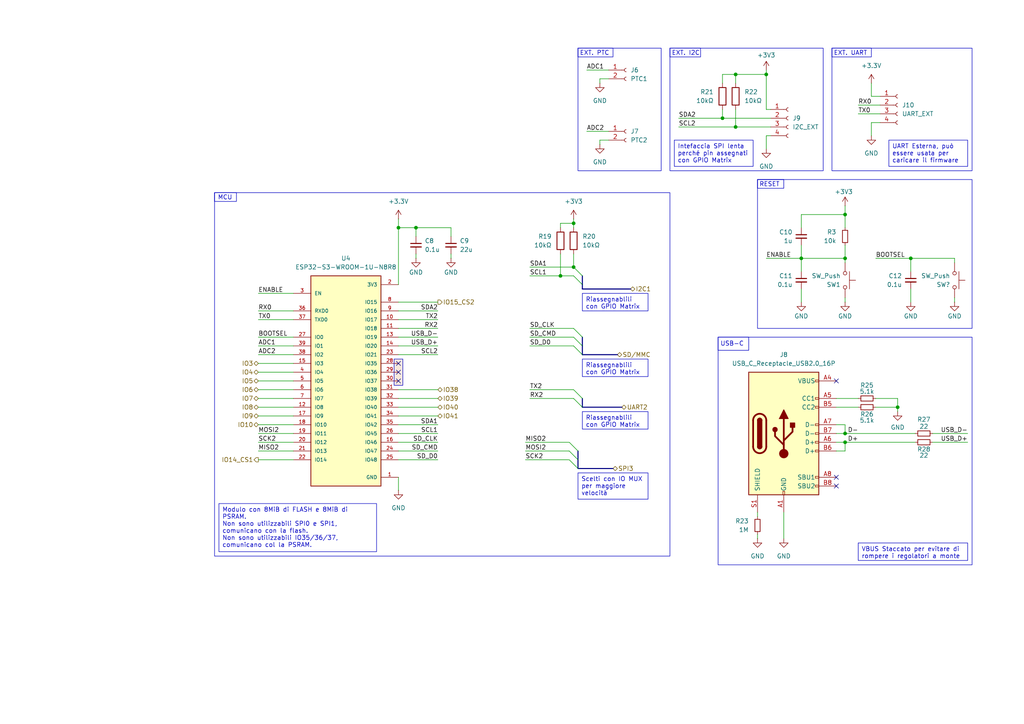
<source format=kicad_sch>
(kicad_sch (version 20250114) (generator "eeschema") (generator_version "9.0")
  (paper "A4")
  (lib_symbols
    (symbol "Connector:Conn_01x02_Socket" (pin_names (offset 1.016) (hide yes))
      (property "Reference" "J" (at 0 2.54 0))
      (property "Value" "Conn_01x02_Socket" (at 0 -5.08 0))
      (symbol "Conn_01x02_Socket_1_1"
        (polyline (pts (xy -1.27 0) (xy -0.508 0)) (stroke (width 0.1524)))
        (polyline (pts (xy -1.27 -2.54) (xy -0.508 -2.54)) (stroke (width 0.1524)))
        (arc (start 0 -0.508) (mid -0.5058 0) (end 0 0.508) (stroke (width 0.1524)))
        (arc (start 0 -3.048) (mid -0.5058 -2.54) (end 0 -2.032) (stroke (width 0.1524)))
        (pin passive line (at -5.08 0 0) (length 3.81) (name "Pin_1") (number "1"))
        (pin passive line (at -5.08 -2.54 0) (length 3.81) (name "Pin_2") (number "2"))
      )
    )
    (symbol "Connector:Conn_01x04_Socket" (pin_names (offset 1.016) (hide yes))
      (property "Reference" "J" (at 0 5.08 0))
      (property "Value" "Conn_01x04_Socket" (at 0 -7.62 0))
      (symbol "Conn_01x04_Socket_1_1"
        (polyline (pts (xy -1.27 2.54) (xy -0.508 2.54)) (stroke (width 0.1524)))
        (polyline (pts (xy -1.27 0) (xy -0.508 0)) (stroke (width 0.1524)))
        (polyline (pts (xy -1.27 -2.54) (xy -0.508 -2.54)) (stroke (width 0.1524)))
        (polyline (pts (xy -1.27 -5.08) (xy -0.508 -5.08)) (stroke (width 0.1524)))
        (arc (start 0 2.032) (mid -0.5058 2.54) (end 0 3.048) (stroke (width 0.1524)))
        (arc (start 0 -0.508) (mid -0.5058 0) (end 0 0.508) (stroke (width 0.1524)))
        (arc (start 0 -3.048) (mid -0.5058 -2.54) (end 0 -2.032) (stroke (width 0.1524)))
        (arc (start 0 -5.588) (mid -0.5058 -5.08) (end 0 -4.572) (stroke (width 0.1524)))
        (pin passive line (at -5.08 2.54 0) (length 3.81) (name "Pin_1") (number "1"))
        (pin passive line (at -5.08 0 0) (length 3.81) (name "Pin_2") (number "2"))
        (pin passive line (at -5.08 -2.54 0) (length 3.81) (name "Pin_3") (number "3"))
        (pin passive line (at -5.08 -5.08 0) (length 3.81) (name "Pin_4") (number "4"))
      )
    )
    (symbol "Connector:USB_C_Receptacle_USB2.0_16P" (pin_names (offset 1.016))
      (property "Reference" "J" (at 0 22.225 0))
      (property "Value" "USB_C_Receptacle_USB2.0_16P" (at 0 19.685 0))
      (symbol "USB_C_Receptacle_USB2.0_16P_0_0"
        (rectangle (start -0.254 -17.78) (end 0.254 -16.764))
        (rectangle (start 10.16 15.494) (end 9.144 14.986))
        (rectangle (start 10.16 10.414) (end 9.144 9.906))
        (rectangle (start 10.16 7.874) (end 9.144 7.366))
        (rectangle (start 10.16 2.794) (end 9.144 2.286))
        (rectangle (start 10.16 0.254) (end 9.144 -0.254))
        (rectangle (start 10.16 -2.286) (end 9.144 -2.794))
        (rectangle (start 10.16 -4.826) (end 9.144 -5.334))
        (rectangle (start 10.16 -12.446) (end 9.144 -12.954))
        (rectangle (start 10.16 -14.986) (end 9.144 -15.494))
      )
      (symbol "USB_C_Receptacle_USB2.0_16P_0_1"
        (rectangle (start -10.16 17.78) (end 10.16 -17.78) (stroke (width 0.254)) (fill (type background)))
        (polyline (pts (xy -8.89 -3.81) (xy -8.89 3.81)) (stroke (width 0.508)))
        (rectangle (start -7.62 -3.81) (end -6.35 3.81) (stroke (width 0.254)) (fill (type outline)))
        (arc (start -7.62 3.81) (mid -6.985 4.4423) (end -6.35 3.81) (stroke (width 0.254)))
        (arc (start -7.62 3.81) (mid -6.985 4.4423) (end -6.35 3.81) (stroke (width 0.254)) (fill (type outline)))
        (arc (start -8.89 3.81) (mid -6.985 5.7067) (end -5.08 3.81) (stroke (width 0.508)))
        (arc (start -5.08 -3.81) (mid -6.985 -5.7067) (end -8.89 -3.81) (stroke (width 0.508)))
        (arc (start -6.35 -3.81) (mid -6.985 -4.4423) (end -7.62 -3.81) (stroke (width 0.254)))
        (arc (start -6.35 -3.81) (mid -6.985 -4.4423) (end -7.62 -3.81) (stroke (width 0.254)) (fill (type outline)))
        (polyline (pts (xy -5.08 3.81) (xy -5.08 -3.81)) (stroke (width 0.508)))
        (circle (center -2.54 1.143) (radius 0.635) (stroke (width 0.254)) (fill (type outline)))
        (polyline (pts (xy -1.27 4.318) (xy 0 6.858) (xy 1.27 4.318) (xy -1.27 4.318)) (stroke (width 0.254)) (fill (type outline)))
        (polyline (pts (xy 0 -2.032) (xy 2.54 0.508) (xy 2.54 1.778)) (stroke (width 0.508)))
        (polyline (pts (xy 0 -3.302) (xy -2.54 -0.762) (xy -2.54 0.508)) (stroke (width 0.508)))
        (polyline (pts (xy 0 -5.842) (xy 0 4.318)) (stroke (width 0.508)))
        (circle (center 0 -5.842) (radius 1.27) (fill (type outline)))
        (rectangle (start 1.905 1.778) (end 3.175 3.048) (stroke (width 0.254)) (fill (type outline)))
      )
      (symbol "USB_C_Receptacle_USB2.0_16P_1_1"
        (pin passive line (at -7.62 -22.86 90) (length 5.08) (name "SHIELD") (number "S1"))
        (pin passive line (at 0 -22.86 90) (length 5.08) (name "GND") (number "A1"))
        (pin passive line (at 0 -22.86 90) (length 5.08) (hide yes) (name "GND") (number "A12"))
        (pin passive line (at 0 -22.86 90) (length 5.08) (hide yes) (name "GND") (number "B1"))
        (pin passive line (at 0 -22.86 90) (length 5.08) (hide yes) (name "GND") (number "B12"))
        (pin passive line (at 15.24 15.24 180) (length 5.08) (name "VBUS") (number "A4"))
        (pin passive line (at 15.24 15.24 180) (length 5.08) (hide yes) (name "VBUS") (number "A9"))
        (pin passive line (at 15.24 15.24 180) (length 5.08) (hide yes) (name "VBUS") (number "B4"))
        (pin passive line (at 15.24 15.24 180) (length 5.08) (hide yes) (name "VBUS") (number "B9"))
        (pin bidirectional line (at 15.24 10.16 180) (length 5.08) (name "CC1") (number "A5"))
        (pin bidirectional line (at 15.24 7.62 180) (length 5.08) (name "CC2") (number "B5"))
        (pin bidirectional line (at 15.24 2.54 180) (length 5.08) (name "D-") (number "A7"))
        (pin bidirectional line (at 15.24 0 180) (length 5.08) (name "D-") (number "B7"))
        (pin bidirectional line (at 15.24 -2.54 180) (length 5.08) (name "D+") (number "A6"))
        (pin bidirectional line (at 15.24 -5.08 180) (length 5.08) (name "D+") (number "B6"))
        (pin bidirectional line (at 15.24 -12.7 180) (length 5.08) (name "SBU1") (number "A8"))
        (pin bidirectional line (at 15.24 -15.24 180) (length 5.08) (name "SBU2") (number "B8"))
      )
    )
    (symbol "Device:C_Small" (pin_numbers (hide yes)) (pin_names (offset 0.254) (hide yes))
      (property "Reference" "C" (at 0.254 1.778 0))
      (property "Value" "C_Small" (at 0.254 -2.032 0))
      (symbol "C_Small_0_1"
        (polyline (pts (xy -1.524 0.508) (xy 1.524 0.508)) (stroke (width 0.3048)))
        (polyline (pts (xy -1.524 -0.508) (xy 1.524 -0.508)) (stroke (width 0.3302)))
      )
      (symbol "C_Small_1_1"
        (pin passive line (at 0 2.54 270) (length 2.032) (name "~") (number "1"))
        (pin passive line (at 0 -2.54 90) (length 2.032) (name "~") (number "2"))
      )
    )
    (symbol "Device:R" (pin_numbers (hide yes)) (pin_names (offset 0))
      (property "Reference" "R" (at 2.032 0 90))
      (property "Value" "R" (at 0 0 90))
      (symbol "R_0_1"
        (rectangle (start -1.016 -2.54) (end 1.016 2.54) (stroke (width 0.254)))
      )
      (symbol "R_1_1"
        (pin passive line (at 0 3.81 270) (length 1.27) (name "~") (number "1"))
        (pin passive line (at 0 -3.81 90) (length 1.27) (name "~") (number "2"))
      )
    )
    (symbol "Device:R_Small" (pin_numbers (hide yes)) (pin_names (offset 0.254) (hide yes))
      (property "Reference" "R" (at 0 0 90))
      (property "Value" "R_Small" (at 1.778 0 90))
      (symbol "R_Small_0_1"
        (rectangle (start -0.762 1.778) (end 0.762 -1.778) (stroke (width 0.2032)))
      )
      (symbol "R_Small_1_1"
        (pin passive line (at 0 2.54 270) (length 0.762) (name "~") (number "1"))
        (pin passive line (at 0 -2.54 90) (length 0.762) (name "~") (number "2"))
      )
    )
    (symbol "ESP32-S3-WROOM-1U-N8R8_1" (pin_names (offset 1.016))
      (property "Reference" "U" (at -10.16 31.242 0))
      (property "Value" "ESP32-S3-WROOM-1U-N8R8" (at -10.16 -33.02 0))
      (symbol "ESP32-S3-WROOM-1U-N8R8_1_0_0"
        (rectangle (start -10.16 -30.48) (end 10.16 30.48) (stroke (width 0.254)) (fill (type background)))
        (pin input line (at -15.24 25.4 0) (length 5.08) (name "EN") (number "3"))
        (pin bidirectional line (at -15.24 20.32 0) (length 5.08) (name "RXD0") (number "36"))
        (pin bidirectional line (at -15.24 17.78 0) (length 5.08) (name "TXD0") (number "37"))
        (pin bidirectional line (at -15.24 12.7 0) (length 5.08) (name "IO0") (number "27"))
        (pin bidirectional line (at -15.24 10.16 0) (length 5.08) (name "IO1") (number "39"))
        (pin bidirectional line (at -15.24 7.62 0) (length 5.08) (name "IO2") (number "38"))
        (pin bidirectional line (at -15.24 5.08 0) (length 5.08) (name "IO3") (number "15"))
        (pin bidirectional line (at -15.24 2.54 0) (length 5.08) (name "IO4") (number "4"))
        (pin bidirectional line (at -15.24 0 0) (length 5.08) (name "IO5") (number "5"))
        (pin bidirectional line (at -15.24 -2.54 0) (length 5.08) (name "IO6") (number "6"))
        (pin bidirectional line (at -15.24 -5.08 0) (length 5.08) (name "IO7") (number "7"))
        (pin bidirectional line (at -15.24 -7.62 0) (length 5.08) (name "IO8") (number "12"))
        (pin bidirectional line (at -15.24 -10.16 0) (length 5.08) (name "IO9") (number "17"))
        (pin bidirectional line (at -15.24 -12.7 0) (length 5.08) (name "IO10") (number "18"))
        (pin bidirectional line (at -15.24 -15.24 0) (length 5.08) (name "IO11") (number "19"))
        (pin bidirectional line (at -15.24 -17.78 0) (length 5.08) (name "IO12") (number "20"))
        (pin bidirectional line (at -15.24 -20.32 0) (length 5.08) (name "IO13") (number "21"))
        (pin bidirectional line (at -15.24 -22.86 0) (length 5.08) (name "IO14") (number "22"))
        (pin power_in line (at 15.24 27.94 180) (length 5.08) (name "3V3") (number "2"))
        (pin bidirectional line (at 15.24 22.86 180) (length 5.08) (name "IO15") (number "8"))
        (pin bidirectional line (at 15.24 20.32 180) (length 5.08) (name "IO16") (number "9"))
        (pin bidirectional line (at 15.24 17.78 180) (length 5.08) (name "IO17") (number "10"))
        (pin bidirectional line (at 15.24 15.24 180) (length 5.08) (name "IO18") (number "11"))
        (pin bidirectional line (at 15.24 12.7 180) (length 5.08) (name "IO19") (number "13"))
        (pin bidirectional line (at 15.24 10.16 180) (length 5.08) (name "IO20") (number "14"))
        (pin bidirectional line (at 15.24 7.62 180) (length 5.08) (name "IO21") (number "23"))
        (pin bidirectional line (at 15.24 5.08 180) (length 5.08) (name "IO35") (number "28"))
        (pin bidirectional line (at 15.24 2.54 180) (length 5.08) (name "IO36") (number "29"))
        (pin bidirectional line (at 15.24 0 180) (length 5.08) (name "IO37") (number "30"))
        (pin bidirectional line (at 15.24 -2.54 180) (length 5.08) (name "IO38") (number "31"))
        (pin bidirectional line (at 15.24 -5.08 180) (length 5.08) (name "IO39") (number "32"))
        (pin bidirectional line (at 15.24 -7.62 180) (length 5.08) (name "IO40") (number "33"))
        (pin bidirectional line (at 15.24 -10.16 180) (length 5.08) (name "IO41") (number "34"))
        (pin bidirectional line (at 15.24 -12.7 180) (length 5.08) (name "IO42") (number "35"))
        (pin bidirectional line (at 15.24 -15.24 180) (length 5.08) (name "IO45") (number "26"))
        (pin bidirectional line (at 15.24 -17.78 180) (length 5.08) (name "IO46") (number "16"))
        (pin bidirectional line (at 15.24 -20.32 180) (length 5.08) (name "IO47") (number "24"))
        (pin bidirectional line (at 15.24 -22.86 180) (length 5.08) (name "IO48") (number "25"))
        (pin power_in line (at 15.24 -27.94 180) (length 5.08) (name "GND") (number "1"))
        (pin power_in line (at 15.24 -27.94 180) (length 5.08) (hide yes) (name "GND") (number "40"))
        (pin power_in line (at 15.24 -27.94 180) (length 5.08) (hide yes) (name "GND") (number "41_1"))
        (pin power_in line (at 15.24 -27.94 180) (length 5.08) (hide yes) (name "GND") (number "41_2"))
        (pin power_in line (at 15.24 -27.94 180) (length 5.08) (hide yes) (name "GND") (number "41_3"))
        (pin power_in line (at 15.24 -27.94 180) (length 5.08) (hide yes) (name "GND") (number "41_4"))
        (pin power_in line (at 15.24 -27.94 180) (length 5.08) (hide yes) (name "GND") (number "41_5"))
        (pin power_in line (at 15.24 -27.94 180) (length 5.08) (hide yes) (name "GND") (number "41_6"))
        (pin power_in line (at 15.24 -27.94 180) (length 5.08) (hide yes) (name "GND") (number "41_7"))
        (pin power_in line (at 15.24 -27.94 180) (length 5.08) (hide yes) (name "GND") (number "41_8"))
        (pin power_in line (at 15.24 -27.94 180) (length 5.08) (hide yes) (name "GND") (number "41_9"))
      )
    )
    (symbol "Switch:SW_Push" (pin_numbers (hide yes)) (pin_names (offset 1.016) (hide yes))
      (property "Reference" "SW" (at 1.27 2.54 0))
      (property "Value" "SW_Push" (at 0 -1.524 0))
      (symbol "SW_Push_0_1"
        (circle (center -2.032 0) (radius 0.508))
        (polyline (pts (xy 0 1.27) (xy 0 3.048)))
        (circle (center 2.032 0) (radius 0.508))
        (polyline (pts (xy 2.54 1.27) (xy -2.54 1.27)))
        (pin passive line (at -5.08 0 0) (length 2.54) (name "1") (number "1"))
        (pin passive line (at 5.08 0 180) (length 2.54) (name "2") (number "2"))
      )
    )
    (symbol "power:+3.3V" (power) (pin_numbers (hide yes)) (pin_names (offset 0) (hide yes))
      (property "Value" "+3.3V" (at 0 3.556 0))
      (symbol "+3.3V_0_1"
        (polyline (pts (xy -0.762 1.27) (xy 0 2.54)))
        (polyline (pts (xy 0 2.54) (xy 0.762 1.27)))
        (polyline (pts (xy 0 0) (xy 0 2.54)))
      )
      (symbol "+3.3V_1_1"
        (pin power_in line (at 0 0 90) (length 0) (name "~") (number "1"))
      )
    )
    (symbol "power:+3V3" (power) (pin_numbers (hide yes)) (pin_names (offset 0) (hide yes))
      (property "Value" "+3V3" (at 0 3.556 0))
      (symbol "+3V3_0_1"
        (polyline (pts (xy -0.762 1.27) (xy 0 2.54)))
        (polyline (pts (xy 0 2.54) (xy 0.762 1.27)))
        (polyline (pts (xy 0 0) (xy 0 2.54)))
      )
      (symbol "+3V3_1_1"
        (pin power_in line (at 0 0 90) (length 0) (name "~") (number "1"))
      )
    )
    (symbol "power:GND" (power) (pin_numbers (hide yes)) (pin_names (offset 0) (hide yes))
      (property "Value" "GND" (at 0 -3.81 0))
      (symbol "GND_0_1"
        (polyline (pts (xy 0 0) (xy 0 -1.27) (xy 1.27 -1.27) (xy 0 -2.54) (xy -1.27 -1.27) (xy 0 -1.27)))
      )
      (symbol "GND_1_1"
        (pin power_in line (at 0 0 270) (length 0) (name "~") (number "1"))
      )
    )
  )
  (rectangle (start 167.64 13.97) (end 177.8 16.51))
  (rectangle (start 241.3 13.97) (end 252.73 16.51))
  (rectangle (start 194.31 13.97) (end 203.2 16.51))
  (rectangle (start 167.64 13.97) (end 191.77 49.53))
  (rectangle (start 62.23 55.88) (end 194.31 161.29))
  (rectangle (start 241.3 13.97) (end 281.94 49.53))
  (rectangle (start 219.71 52.07) (end 227.33 54.61))
  (rectangle (start 219.71 52.07) (end 281.94 95.25))
  (rectangle (start 194.31 13.97) (end 238.76 49.53))
  (rectangle (start 208.28 97.79) (end 281.94 163.83))
  (rectangle (start 208.28 97.79) (end 217.17 101.6))
  (rectangle (start 114.3 104.14) (end 116.84 111.76) (fill (type color) (color 204 102 0 0.15)))
  (rectangle (start 62.23 55.88) (end 68.58 58.42))
  (text "RESET" (at 220.218 53.594 0) (effects (font (size 1.27 1.27)) (justify left)))
  (text "EXT. I2C" (at 194.818 15.494 0) (effects (font (size 1.27 1.27)) (justify left)))
  (text "USB-C" (at 212.344 99.822 0) (effects (font (size 1.27 1.27))))
  (text "MCU" (at 65.278 57.404 0) (effects (font (size 1.27 1.27))))
  (text "EXT. UART" (at 241.808 15.494 0) (effects (font (size 1.27 1.27)) (justify left)))
  (text "EXT. PTC" (at 168.148 15.494 0) (effects (font (size 1.27 1.27)) (justify left)))
  (text_box "UART Esterna, può essere usata per caricare il firmware" (at 257.81 40.64 0) (size 22.86 7.62) (margins 0.9525 0.9525 0.9525 0.9525) (effects (font (size 1.27 1.27)) (justify left top)))
  (text_box "VBUS Staccato per evitare di rompere i regolatori a monte\n" (at 248.92 157.48 0) (size 31.75 5.08) (margins 0.9525 0.9525 0.9525 0.9525) (effects (font (size 1.27 1.27)) (justify left top)))
  (text_box "Riassegnablili con GPIO Matrix" (at 168.91 104.14 0) (size 19.05 5.08) (margins 0.9525 0.9525 0.9525 0.9525) (effects (font (size 1.27 1.27)) (justify left top)))
  (text_box "Intefaccia SPI lenta perché pin assegnati con GPIO Matrix" (at 195.58 40.64 0) (size 22.86 7.62) (margins 0.9525 0.9525 0.9525 0.9525) (effects (font (size 1.27 1.27)) (justify left top)))
  (text_box "Riassegnablili con GPIO Matrix" (at 168.91 85.09 0) (size 19.05 5.08) (margins 0.9525 0.9525 0.9525 0.9525) (effects (font (size 1.27 1.27)) (justify left top)))
  (text_box "Scelti con IO MUX per maggiore velocità" (at 167.64 137.16 0) (size 20.32 7.62) (margins 0.9525 0.9525 0.9525 0.9525) (effects (font (size 1.27 1.27)) (justify left top)))
  (text_box "Riassegnablili con GPIO Matrix" (at 168.91 119.38 0) (size 19.05 5.08) (margins 0.9525 0.9525 0.9525 0.9525) (effects (font (size 1.27 1.27)) (justify left top)))
  (text_box "Modulo con 8MiB di FLASH e 8MiB di PSRAM.\nNon sono utilizzabili SPI0 e SPI1, comunicano con la flash.\nNon sono utilizzabili IO35/36/37, comunicano col la PSRAM.\n" (at 63.5 146.05 0) (size 45.72 13.97) (margins 0.9525 0.9525 0.9525 0.9525) (effects (font (size 1.27 1.27)) (justify left top)))
  (junction (at 264.16 74.93))
  (junction (at 232.41 74.93))
  (junction (at 115.57 66.04))
  (junction (at 209.55 34.29))
  (junction (at 213.36 36.83))
  (junction (at 166.37 64.77))
  (junction (at 245.11 128.27))
  (junction (at 213.36 21.59))
  (junction (at 245.11 62.23))
  (junction (at 260.35 118.11))
  (junction (at 120.65 66.04))
  (junction (at 222.25 21.59))
  (junction (at 245.11 74.93))
  (junction (at 166.37 77.47))
  (junction (at 162.56 80.01))
  (junction (at 245.11 125.73))
  (no_connect (at 242.57 110.49))
  (no_connect (at 115.57 110.49))
  (no_connect (at 115.57 105.41))
  (no_connect (at 242.57 138.43))
  (no_connect (at 115.57 107.95))
  (no_connect (at 242.57 140.97))
  (bus_entry (at 166.37 95.25) (size 2.54 2.54))
  (bus_entry (at 165.1 130.81) (size 2.54 2.54))
  (bus_entry (at 165.1 133.35) (size 2.54 2.54))
  (bus_entry (at 166.37 97.79) (size 2.54 2.54))
  (bus_entry (at 166.37 115.57) (size 2.54 2.54))
  (bus_entry (at 166.37 113.03) (size 2.54 2.54))
  (bus_entry (at 166.37 77.47) (size 2.54 2.54))
  (bus_entry (at 166.37 100.33) (size 2.54 2.54))
  (bus_entry (at 166.37 80.01) (size 2.54 2.54))
  (bus_entry (at 165.1 128.27) (size 2.54 2.54))
  (wire (pts (xy 130.81 74.93) (xy 130.81 73.66)))
  (wire (pts (xy 74.93 107.95) (xy 85.09 107.95)))
  (wire (pts (xy 222.25 74.93) (xy 232.41 74.93)))
  (wire (pts (xy 74.93 90.17) (xy 85.09 90.17)))
  (wire (pts (xy 213.36 21.59) (xy 222.25 21.59)))
  (wire (pts (xy 115.57 125.73) (xy 127 125.73)))
  (wire (pts (xy 176.53 40.64) (xy 173.99 40.64)))
  (wire (pts (xy 245.11 62.23) (xy 245.11 66.04)))
  (wire (pts (xy 245.11 125.73) (xy 265.43 125.73)))
  (wire (pts (xy 115.57 120.65) (xy 127 120.65)))
  (wire (pts (xy 115.57 95.25) (xy 127 95.25)))
  (wire (pts (xy 252.73 35.56) (xy 252.73 39.37)))
  (bus (pts (xy 168.91 115.57) (xy 168.91 118.11)))
  (wire (pts (xy 232.41 74.93) (xy 232.41 78.74)))
  (wire (pts (xy 232.41 62.23) (xy 245.11 62.23)))
  (wire (pts (xy 222.25 21.59) (xy 222.25 20.32)))
  (wire (pts (xy 127 87.63) (xy 115.57 87.63)))
  (wire (pts (xy 173.99 22.86) (xy 173.99 24.13)))
  (wire (pts (xy 152.4 133.35) (xy 165.1 133.35)))
  (wire (pts (xy 213.36 31.75) (xy 213.36 36.83)))
  (wire (pts (xy 245.11 125.73) (xy 245.11 123.19)))
  (wire (pts (xy 242.57 118.11) (xy 248.92 118.11)))
  (wire (pts (xy 74.93 118.11) (xy 85.09 118.11)))
  (wire (pts (xy 222.25 39.37) (xy 222.25 43.18)))
  (wire (pts (xy 173.99 40.64) (xy 173.99 41.91)))
  (wire (pts (xy 153.67 95.25) (xy 166.37 95.25)))
  (wire (pts (xy 115.57 113.03) (xy 127 113.03)))
  (wire (pts (xy 166.37 64.77) (xy 166.37 66.04)))
  (wire (pts (xy 255.27 27.94) (xy 252.73 27.94)))
  (wire (pts (xy 232.41 71.12) (xy 232.41 74.93)))
  (wire (pts (xy 74.93 110.49) (xy 85.09 110.49)))
  (wire (pts (xy 162.56 64.77) (xy 162.56 66.04)))
  (wire (pts (xy 254 118.11) (xy 260.35 118.11)))
  (bus (pts (xy 177.8 135.89) (xy 167.64 135.89)))
  (wire (pts (xy 252.73 24.13) (xy 252.73 27.94)))
  (wire (pts (xy 248.92 30.48) (xy 255.27 30.48)))
  (wire (pts (xy 276.86 87.63) (xy 276.86 86.36)))
  (wire (pts (xy 120.65 74.93) (xy 120.65 73.66)))
  (wire (pts (xy 74.93 123.19) (xy 85.09 123.19)))
  (wire (pts (xy 245.11 123.19) (xy 242.57 123.19)))
  (wire (pts (xy 222.25 31.75) (xy 222.25 21.59)))
  (bus (pts (xy 168.91 100.33) (xy 168.91 102.87)))
  (wire (pts (xy 74.93 130.81) (xy 85.09 130.81)))
  (wire (pts (xy 242.57 125.73) (xy 245.11 125.73)))
  (wire (pts (xy 213.36 21.59) (xy 213.36 24.13)))
  (wire (pts (xy 74.93 100.33) (xy 85.09 100.33)))
  (wire (pts (xy 219.71 154.94) (xy 219.71 156.21)))
  (wire (pts (xy 232.41 66.04) (xy 232.41 62.23)))
  (wire (pts (xy 245.11 74.93) (xy 245.11 76.2)))
  (wire (pts (xy 120.65 66.04) (xy 130.81 66.04)))
  (wire (pts (xy 153.67 115.57) (xy 166.37 115.57)))
  (wire (pts (xy 242.57 115.57) (xy 248.92 115.57)))
  (wire (pts (xy 260.35 115.57) (xy 260.35 118.11)))
  (wire (pts (xy 115.57 92.71) (xy 127 92.71)))
  (wire (pts (xy 245.11 71.12) (xy 245.11 74.93)))
  (wire (pts (xy 153.67 113.03) (xy 166.37 113.03)))
  (wire (pts (xy 209.55 21.59) (xy 209.55 24.13)))
  (wire (pts (xy 74.93 115.57) (xy 85.09 115.57)))
  (wire (pts (xy 115.57 130.81) (xy 127 130.81)))
  (wire (pts (xy 115.57 123.19) (xy 127 123.19)))
  (wire (pts (xy 170.18 38.1) (xy 176.53 38.1)))
  (wire (pts (xy 264.16 74.93) (xy 276.86 74.93)))
  (wire (pts (xy 115.57 90.17) (xy 127 90.17)))
  (wire (pts (xy 255.27 35.56) (xy 252.73 35.56)))
  (wire (pts (xy 245.11 128.27) (xy 242.57 128.27)))
  (wire (pts (xy 74.93 85.09) (xy 85.09 85.09)))
  (wire (pts (xy 152.4 128.27) (xy 165.1 128.27)))
  (bus (pts (xy 168.91 97.79) (xy 168.91 100.33)))
  (wire (pts (xy 196.85 34.29) (xy 209.55 34.29)))
  (bus (pts (xy 168.91 80.01) (xy 168.91 82.55)))
  (wire (pts (xy 115.57 115.57) (xy 127 115.57)))
  (wire (pts (xy 219.71 149.86) (xy 219.71 148.59)))
  (wire (pts (xy 166.37 80.01) (xy 162.56 80.01)))
  (wire (pts (xy 162.56 80.01) (xy 153.67 80.01)))
  (wire (pts (xy 166.37 64.77) (xy 162.56 64.77)))
  (wire (pts (xy 260.35 118.11) (xy 260.35 119.38)))
  (bus (pts (xy 180.34 118.11) (xy 168.91 118.11)))
  (wire (pts (xy 74.93 102.87) (xy 85.09 102.87)))
  (wire (pts (xy 254 115.57) (xy 260.35 115.57)))
  (wire (pts (xy 166.37 63.5) (xy 166.37 64.77)))
  (wire (pts (xy 223.52 39.37) (xy 222.25 39.37)))
  (wire (pts (xy 74.93 125.73) (xy 85.09 125.73)))
  (bus (pts (xy 182.88 83.82) (xy 168.91 83.82)))
  (wire (pts (xy 276.86 74.93) (xy 276.86 76.2)))
  (wire (pts (xy 196.85 36.83) (xy 213.36 36.83)))
  (wire (pts (xy 264.16 74.93) (xy 264.16 78.74)))
  (wire (pts (xy 115.57 66.04) (xy 120.65 66.04)))
  (wire (pts (xy 223.52 31.75) (xy 222.25 31.75)))
  (wire (pts (xy 227.33 148.59) (xy 227.33 156.21)))
  (wire (pts (xy 232.41 83.82) (xy 232.41 87.63)))
  (wire (pts (xy 74.93 128.27) (xy 85.09 128.27)))
  (wire (pts (xy 153.67 100.33) (xy 166.37 100.33)))
  (wire (pts (xy 115.57 66.04) (xy 115.57 63.5)))
  (wire (pts (xy 245.11 59.69) (xy 245.11 62.23)))
  (wire (pts (xy 242.57 130.81) (xy 245.11 130.81)))
  (wire (pts (xy 166.37 73.66) (xy 166.37 77.47)))
  (wire (pts (xy 152.4 130.81) (xy 165.1 130.81)))
  (wire (pts (xy 74.93 120.65) (xy 85.09 120.65)))
  (wire (pts (xy 85.09 97.79) (xy 74.93 97.79)))
  (bus (pts (xy 167.64 130.81) (xy 167.64 133.35)))
  (wire (pts (xy 115.57 100.33) (xy 127 100.33)))
  (wire (pts (xy 245.11 87.63) (xy 245.11 86.36)))
  (wire (pts (xy 264.16 83.82) (xy 264.16 87.63)))
  (wire (pts (xy 270.51 125.73) (xy 280.67 125.73)))
  (wire (pts (xy 74.93 133.35) (xy 85.09 133.35)))
  (wire (pts (xy 115.57 97.79) (xy 127 97.79)))
  (wire (pts (xy 115.57 138.43) (xy 115.57 142.24)))
  (wire (pts (xy 209.55 34.29) (xy 223.52 34.29)))
  (bus (pts (xy 168.91 82.55) (xy 168.91 83.82)))
  (wire (pts (xy 115.57 118.11) (xy 127 118.11)))
  (wire (pts (xy 213.36 36.83) (xy 223.52 36.83)))
  (wire (pts (xy 209.55 31.75) (xy 209.55 34.29)))
  (wire (pts (xy 130.81 68.58) (xy 130.81 66.04)))
  (wire (pts (xy 170.18 20.32) (xy 176.53 20.32)))
  (wire (pts (xy 254 74.93) (xy 264.16 74.93)))
  (wire (pts (xy 248.92 33.02) (xy 255.27 33.02)))
  (wire (pts (xy 245.11 130.81) (xy 245.11 128.27)))
  (wire (pts (xy 115.57 133.35) (xy 127 133.35)))
  (wire (pts (xy 270.51 128.27) (xy 280.67 128.27)))
  (wire (pts (xy 232.41 74.93) (xy 245.11 74.93)))
  (wire (pts (xy 115.57 102.87) (xy 127 102.87)))
  (wire (pts (xy 115.57 128.27) (xy 127 128.27)))
  (wire (pts (xy 166.37 77.47) (xy 153.67 77.47)))
  (wire (pts (xy 153.67 97.79) (xy 166.37 97.79)))
  (wire (pts (xy 245.11 128.27) (xy 265.43 128.27)))
  (wire (pts (xy 74.93 92.71) (xy 85.09 92.71)))
  (wire (pts (xy 209.55 21.59) (xy 213.36 21.59)))
  (wire (pts (xy 74.93 105.41) (xy 85.09 105.41)))
  (bus (pts (xy 179.07 102.87) (xy 168.91 102.87)))
  (wire (pts (xy 176.53 22.86) (xy 173.99 22.86)))
  (wire (pts (xy 74.93 113.03) (xy 85.09 113.03)))
  (wire (pts (xy 115.57 82.55) (xy 115.57 66.04)))
  (wire (pts (xy 120.65 68.58) (xy 120.65 66.04)))
  (wire (pts (xy 162.56 73.66) (xy 162.56 80.01)))
  (bus (pts (xy 167.64 133.35) (xy 167.64 135.89)))
  (label "TX0" (at 248.92 33.02 0))
  (label "SD_D0" (at 127 133.35 180))
  (label "MISO2" (at 152.4 128.27 0))
  (label "MISO2" (at 74.93 130.81 0))
  (label "MOSI2" (at 74.93 125.73 0))
  (label "BOOTSEL" (at 254 74.93 0))
  (label "ADC1" (at 170.18 20.32 0))
  (label "BOOTSEL" (at 74.93 97.79 0))
  (label "ADC1" (at 74.93 100.33 0))
  (label "ENABLE" (at 74.93 85.09 0))
  (label "RX2" (at 127 95.25 180))
  (label "USB_D-" (at 127 97.79 180))
  (label "SD_CMD" (at 153.67 97.79 0))
  (label "SD_CLK" (at 153.67 95.25 0))
  (label "SDA1" (at 153.67 77.47 0))
  (label "SDA2" (at 127 90.17 180))
  (label "SD_CMD" (at 127 130.81 180))
  (label "TX2" (at 127 92.71 180))
  (label "SCL2" (at 196.85 36.83 0))
  (label "TX2" (at 153.67 113.03 0))
  (label "SCL1" (at 153.67 80.01 0))
  (label "TX0" (at 74.93 92.71 0))
  (label "SDA2" (at 196.85 34.29 0))
  (label "USB_D+" (at 127 100.33 180))
  (label "ADC2" (at 170.18 38.1 0))
  (label "RX2" (at 153.67 115.57 0))
  (label "RX0" (at 248.92 30.48 0))
  (label "D-" (at 248.92 125.73 180))
  (label "SDA1" (at 127 123.19 180))
  (label "SD_D0" (at 153.67 100.33 0))
  (label "SCK2" (at 74.93 128.27 0))
  (label "ADC2" (at 74.93 102.87 0))
  (label "SD_CLK" (at 127 128.27 180))
  (label "SCL2" (at 127 102.87 180))
  (label "SCL1" (at 127 125.73 180))
  (label "D+" (at 248.92 128.27 180))
  (label "MOSI2" (at 152.4 130.81 0))
  (label "USB_D+" (at 280.67 128.27 180))
  (label "ENABLE" (at 222.25 74.93 0))
  (label "USB_D-" (at 280.67 125.73 180))
  (label "RX0" (at 74.93 90.17 0))
  (label "SCK2" (at 152.4 133.35 0))
  (hierarchical_label "IO40" (shape bidirectional) (at 127 118.11 0))
  (hierarchical_label "IO41" (shape bidirectional) (at 127 120.65 0))
  (hierarchical_label "IO4" (shape bidirectional) (at 74.93 107.95 180))
  (hierarchical_label "IO39" (shape bidirectional) (at 127 115.57 0))
  (hierarchical_label "IO7" (shape bidirectional) (at 74.93 115.57 180))
  (hierarchical_label "SD{slash}MMC" (shape bidirectional) (at 179.07 102.87 0))
  (hierarchical_label "IO10" (shape bidirectional) (at 74.93 123.19 180))
  (hierarchical_label "IO3" (shape bidirectional) (at 74.93 105.41 180))
  (hierarchical_label "IO6" (shape bidirectional) (at 74.93 113.03 180))
  (hierarchical_label "IO5" (shape bidirectional) (at 74.93 110.49 180))
  (hierarchical_label "IO38" (shape bidirectional) (at 127 113.03 0))
  (hierarchical_label "UART2" (shape bidirectional) (at 180.34 118.11 0))
  (hierarchical_label "IO9" (shape bidirectional) (at 74.93 120.65 180))
  (hierarchical_label "IO14_CS1" (shape output) (at 74.93 133.35 180))
  (hierarchical_label "I2C1" (shape bidirectional) (at 182.88 83.82 0))
  (hierarchical_label "SPI3" (shape bidirectional) (at 177.8 135.89 0))
  (hierarchical_label "IO15_CS2" (shape output) (at 127 87.63 0))
  (hierarchical_label "IO8" (shape bidirectional) (at 74.93 118.11 180))
  (symbol (lib_id "power:GND") (at 219.71 156.21 0) (unit 1)
    (property "Reference" "#PWR056" (effects (hide yes)))
    (property "Value" "GND" (at 219.71 161.29 0))
    (property "Description" "Power symbol creates a global label with name \"GND\" , ground" (effects (hide yes)))
  )
  (symbol (lib_id "power:+3V3") (at 222.25 20.32 0) (mirror y) (unit 1)
    (property "Reference" "#PWR057" (effects (hide yes)))
    (property "Value" "+3V3" (at 222.25 16.002 0))
    (property "Description" "Power symbol creates a global label with name \"+3V3\"" (effects (hide yes)))
  )
  (symbol (lib_id "power:GND") (at 245.11 87.63 0) (mirror y) (unit 1)
    (property "Reference" "#PWR062" (effects (hide yes)))
    (property "Value" "GND" (at 245.11 91.694 0))
    (property "Description" "Power symbol creates a global label with name \"GND\" , ground" (effects (hide yes)))
  )
  (symbol (lib_id "Device:R_Small") (at 251.46 115.57 270) (mirror x) (unit 1)
    (property "Reference" "R25" (at 251.46 111.76 90))
    (property "Value" "5.1k" (at 251.46 113.538 90))
    (property "Footprint" "Resistor_SMD:R_0603_1608Metric_Pad0.98x0.95mm_HandSolder" (effects (hide yes)))
    (property "Description" "Resistor, small symbol" (effects (hide yes)))
  )
  (symbol (lib_id "power:+3.3V") (at 252.73 24.13 0) (mirror y) (unit 1)
    (property "Reference" "#PWR063" (effects (hide yes)))
    (property "Value" "+3.3V" (at 252.73 19.05 0))
    (property "Description" "Power symbol creates a global label with name \"+3.3V\"" (effects (hide yes)))
  )
  (symbol (lib_id "Device:C_Small") (at 120.65 71.12 0) (unit 1)
    (property "Reference" "C8" (at 123.19 69.8562 0) (effects (justify left)))
    (property "Value" "0.1u" (at 123.19 72.3962 0) (effects (justify left)))
    (property "Footprint" "Capacitor_SMD:C_0603_1608Metric_Pad1.08x0.95mm_HandSolder" (effects (hide yes)))
    (property "Description" "Unpolarized capacitor, small symbol" (effects (hide yes)))
  )
  (symbol (lib_id "Switch:SW_Push") (at 276.86 81.28 270) (unit 1)
    (property "Reference" "SW?" (at 275.59 82.5501 90) (effects (justify right)))
    (property "Value" "SW_Push" (at 275.59 80.0101 90) (effects (justify right)))
    (property "Footprint" "Buttons:C4B1802110" (effects (hide yes)))
    (property "Description" "Push button switch, generic, two pins" (effects (hide yes)))
  )
  (symbol (lib_id "Connector:USB_C_Receptacle_USB2.0_16P") (at 227.33 125.73 0) (unit 1)
    (property "Reference" "J8" (at 227.33 102.87 0))
    (property "Value" "USB_C_Receptacle_USB2.0_16P" (at 227.33 105.41 0))
    (property "Footprint" "Connector_USB:USB_C_Receptacle_G-Switch_GT-USB-7010ASV" (effects (hide yes)))
    (property "Datasheet" "https://www.usb.org/sites/default/files/documents/usb_type-c.zip" (effects (hide yes)))
    (property "Description" "USB 2.0-only 16P Type-C Receptacle connector" (effects (hide yes)))
  )
  (symbol (lib_id "Device:C_Small") (at 264.16 81.28 0) (mirror y) (unit 1)
    (property "Reference" "C12" (at 261.62 80.0162 0) (effects (justify left)))
    (property "Value" "0.1u" (at 261.62 82.5562 0) (effects (justify left)))
    (property "Footprint" "Capacitor_SMD:C_0603_1608Metric_Pad1.08x0.95mm_HandSolder" (effects (hide yes)))
    (property "Description" "Unpolarized capacitor, small symbol" (effects (hide yes)))
  )
  (symbol (lib_id "power:GND") (at 276.86 87.63 0) (unit 1)
    (property "Reference" "#PWR?" (effects (hide yes)))
    (property "Value" "GND" (at 274.828 91.694 0) (effects (justify left)))
    (property "Description" "Power symbol creates a global label with name \"GND\" , ground" (effects (hide yes)))
  )
  (symbol (lib_id "power:GND") (at 264.16 87.63 0) (unit 1)
    (property "Reference" "#PWR066" (effects (hide yes)))
    (property "Value" "GND" (at 262.128 91.694 0) (effects (justify left)))
    (property "Description" "Power symbol creates a global label with name \"GND\" , ground" (effects (hide yes)))
  )
  (symbol (lib_id "Device:R_Small") (at 267.97 128.27 90) (mirror x) (unit 1)
    (property "Reference" "R28" (at 267.97 130.302 90))
    (property "Value" "22" (at 267.97 132.08 90))
    (property "Footprint" "Resistor_SMD:R_0603_1608Metric_Pad0.98x0.95mm_HandSolder" (effects (hide yes)))
    (property "Description" "Resistor, small symbol" (effects (hide yes)))
  )
  (symbol (lib_id "Device:C_Small") (at 232.41 68.58 0) (mirror y) (unit 1)
    (property "Reference" "C10" (at 229.87 67.3162 0) (effects (justify left)))
    (property "Value" "1u" (at 229.87 69.8562 0) (effects (justify left)))
    (property "Footprint" "Capacitor_SMD:C_0603_1608Metric_Pad1.08x0.95mm_HandSolder" (effects (hide yes)))
    (property "Description" "Unpolarized capacitor, small symbol" (effects (hide yes)))
  )
  (symbol (lib_name "ESP32-S3-WROOM-1U-N8R8_1") (lib_id "ESP32-S3-WROOM-1U-N8R8:ESP32-S3-WROOM-1U-N8R8") (at 100.33 110.49 0) (unit 1)
    (property "Reference" "U4" (at 100.33 74.93 0))
    (property "Value" "ESP32-S3-WROOM-1U-N8R8" (at 100.33 77.47 0))
    (property "Footprint" "ESP32:XCVR_ESP32-S3-WROOM-1U-N8R8" (effects (hide yes)))
    (property "MF" "Espressif Systems" (effects (hide yes)))
    (property "MAXIMUM_PACKAGE_HEIGHT" "3.35mm" (effects (hide yes)))
    (property "Package" "SMD-41 Espressif Systems" (effects (hide yes)))
    (property "Price" "None" (effects (hide yes)))
    (property "Check_prices" "https://www.snapeda.com/parts/ESP32-S3-WROOM-1U-N8R8/Espressif+Systems/view-part/?ref=eda" (effects (hide yes)))
    (property "STANDARD" "Manufacturer Recommendations" (effects (hide yes)))
    (property "PARTREV" "v1.1" (effects (hide yes)))
    (property "SnapEDA_Link" "https://www.snapeda.com/parts/ESP32-S3-WROOM-1U-N8R8/Espressif+Systems/view-part/?ref=snap" (effects (hide yes)))
    (property "MP" "ESP32-S3-WROOM-1U-N8R8" (effects (hide yes)))
    (property "Description_1" "Bluetooth, WiFi 802.11b/g/n, Bluetooth v5.0 Transceiver Module 2.4GHz Antenna Not Included, U.FL Surface Mount" (effects (hide yes)))
    (property "Availability" "In Stock" (effects (hide yes)))
    (property "MANUFACTURER" "Espressif Systems" (effects (hide yes)))
  )
  (symbol (lib_id "Device:R") (at 213.36 27.94 180) (unit 1)
    (property "Reference" "R22" (at 215.9 26.6699 0) (effects (justify right)))
    (property "Value" "10kΩ" (at 215.9 29.2099 0) (effects (justify right)))
    (property "Footprint" "Resistor_SMD:R_0603_1608Metric_Pad0.98x0.95mm_HandSolder" (effects (hide yes)))
    (property "Description" "Resistor" (effects (hide yes)))
  )
  (symbol (lib_id "power:GND") (at 222.25 43.18 0) (unit 1)
    (property "Reference" "#PWR058" (effects (hide yes)))
    (property "Value" "GND" (at 222.25 48.26 0))
    (property "Description" "Power symbol creates a global label with name \"GND\" , ground" (effects (hide yes)))
  )
  (symbol (lib_id "power:+3.3V") (at 115.57 63.5 0) (mirror y) (unit 1)
    (property "Reference" "#PWR049" (effects (hide yes)))
    (property "Value" "+3.3V" (at 115.57 58.42 0))
    (property "Description" "Power symbol creates a global label with name \"+3.3V\"" (effects (hide yes)))
  )
  (symbol (lib_id "power:GND") (at 130.81 74.93 0) (unit 1)
    (property "Reference" "#PWR052" (effects (hide yes)))
    (property "Value" "GND" (at 130.81 78.994 0))
    (property "Description" "Power symbol creates a global label with name \"GND\" , ground" (effects (hide yes)))
  )
  (symbol (lib_id "Device:R_Small") (at 251.46 118.11 90) (mirror x) (unit 1)
    (property "Reference" "R26" (at 251.46 120.142 90))
    (property "Value" "5.1k" (at 251.46 121.92 90))
    (property "Footprint" "Resistor_SMD:R_0603_1608Metric_Pad0.98x0.95mm_HandSolder" (effects (hide yes)))
    (property "Description" "Resistor, small symbol" (effects (hide yes)))
  )
  (symbol (lib_id "Device:R_Small") (at 219.71 152.4 0) (unit 1)
    (property "Reference" "R23" (at 217.17 151.1299 0) (effects (justify right)))
    (property "Value" "1M" (at 217.17 153.6699 0) (effects (justify right)))
    (property "Footprint" "Resistor_SMD:R_0603_1608Metric_Pad0.98x0.95mm_HandSolder" (effects (hide yes)))
    (property "Description" "Resistor, small symbol" (effects (hide yes)))
  )
  (symbol (lib_id "power:GND") (at 115.57 142.24 0) (unit 1)
    (property "Reference" "#PWR050" (effects (hide yes)))
    (property "Value" "GND" (at 115.57 147.32 0))
    (property "Description" "Power symbol creates a global label with name \"GND\" , ground" (effects (hide yes)))
  )
  (symbol (lib_id "Connector:Conn_01x02_Socket") (at 181.61 20.32 0) (unit 1)
    (property "Reference" "J6" (at 182.88 20.3199 0) (effects (justify left)))
    (property "Value" "PTC1" (at 182.88 22.8599 0) (effects (justify left)))
    (property "Footprint" "Connector_JST:JST_PH_B2B-PH-K_1x02_P2.00mm_Vertical" (effects (hide yes)))
    (property "Description" "Generic connector, single row, 01x02, script generated" (effects (hide yes)))
  )
  (symbol (lib_id "Device:R") (at 166.37 69.85 180) (unit 1)
    (property "Reference" "R20" (at 168.91 68.5799 0) (effects (justify right)))
    (property "Value" "10kΩ" (at 168.91 71.1199 0) (effects (justify right)))
    (property "Footprint" "Resistor_SMD:R_0603_1608Metric_Pad0.98x0.95mm_HandSolder" (effects (hide yes)))
    (property "Description" "Resistor" (effects (hide yes)))
  )
  (symbol (lib_id "power:GND") (at 173.99 24.13 0) (unit 1)
    (property "Reference" "#PWR054" (effects (hide yes)))
    (property "Value" "GND" (at 173.99 29.21 0))
    (property "Description" "Power symbol creates a global label with name \"GND\" , ground" (effects (hide yes)))
  )
  (symbol (lib_id "power:GND") (at 227.33 156.21 0) (unit 1)
    (property "Reference" "#PWR059" (effects (hide yes)))
    (property "Value" "GND" (at 227.33 161.29 0))
    (property "Description" "Power symbol creates a global label with name \"GND\" , ground" (effects (hide yes)))
  )
  (symbol (lib_id "power:GND") (at 260.35 119.38 0) (unit 1)
    (property "Reference" "#PWR065" (effects (hide yes)))
    (property "Value" "GND" (at 260.35 123.952 0))
    (property "Description" "Power symbol creates a global label with name \"GND\" , ground" (effects (hide yes)))
  )
  (symbol (lib_id "power:+3V3") (at 166.37 63.5 0) (mirror y) (unit 1)
    (property "Reference" "#PWR053" (effects (hide yes)))
    (property "Value" "+3V3" (at 166.37 58.42 0))
    (property "Description" "Power symbol creates a global label with name \"+3V3\"" (effects (hide yes)))
  )
  (symbol (lib_id "power:GND") (at 252.73 39.37 0) (unit 1)
    (property "Reference" "#PWR064" (effects (hide yes)))
    (property "Value" "GND" (at 252.73 44.45 0))
    (property "Description" "Power symbol creates a global label with name \"GND\" , ground" (effects (hide yes)))
  )
  (symbol (lib_id "Device:R_Small") (at 267.97 125.73 90) (unit 1)
    (property "Reference" "R27" (at 267.97 121.666 90))
    (property "Value" "22" (at 267.97 123.698 90))
    (property "Footprint" "Resistor_SMD:R_0603_1608Metric_Pad0.98x0.95mm_HandSolder" (effects (hide yes)))
    (property "Description" "Resistor, small symbol" (effects (hide yes)))
  )
  (symbol (lib_id "Device:R") (at 162.56 69.85 0) (mirror x) (unit 1)
    (property "Reference" "R19" (at 160.02 68.5799 0) (effects (justify right)))
    (property "Value" "10kΩ" (at 160.02 71.1199 0) (effects (justify right)))
    (property "Footprint" "Resistor_SMD:R_0603_1608Metric_Pad0.98x0.95mm_HandSolder" (effects (hide yes)))
    (property "Description" "Resistor" (effects (hide yes)))
  )
  (symbol (lib_id "power:GND") (at 232.41 87.63 0) (mirror y) (unit 1)
    (property "Reference" "#PWR060" (effects (hide yes)))
    (property "Value" "GND" (at 232.41 91.694 0))
    (property "Description" "Power symbol creates a global label with name \"GND\" , ground" (effects (hide yes)))
  )
  (symbol (lib_id "Connector:Conn_01x04_Socket") (at 260.35 30.48 0) (unit 1)
    (property "Reference" "J10" (at 261.62 30.4799 0) (effects (justify left)))
    (property "Value" "UART_EXT" (at 261.62 33.0199 0) (effects (justify left)))
    (property "Footprint" "Connector_JST:JST_PH_B4B-PH-K_1x04_P2.00mm_Vertical" (effects (hide yes)))
    (property "Description" "Generic connector, single row, 01x04, script generated" (effects (hide yes)))
  )
  (symbol (lib_id "Connector:Conn_01x02_Socket") (at 181.61 38.1 0) (unit 1)
    (property "Reference" "J7" (at 182.88 38.0999 0) (effects (justify left)))
    (property "Value" "PTC2" (at 182.88 40.6399 0) (effects (justify left)))
    (property "Footprint" "Connector_JST:JST_PH_B2B-PH-K_1x02_P2.00mm_Vertical" (effects (hide yes)))
    (property "Description" "Generic connector, single row, 01x02, script generated" (effects (hide yes)))
  )
  (symbol (lib_id "power:+3V3") (at 245.11 59.69 0) (unit 1)
    (property "Reference" "#PWR015" (effects (hide yes)))
    (property "Value" "+3V3" (at 242.062 55.626 0) (effects (justify left)))
    (property "Description" "Power symbol creates a global label with name \"+3V3\"" (effects (hide yes)))
  )
  (symbol (lib_id "Connector:Conn_01x04_Socket") (at 228.6 34.29 0) (unit 1)
    (property "Reference" "J9" (at 229.87 34.2899 0) (effects (justify left)))
    (property "Value" "I2C_EXT" (at 229.87 36.8299 0) (effects (justify left)))
    (property "Footprint" "Connector_JST:JST_PH_B4B-PH-K_1x04_P2.00mm_Vertical" (effects (hide yes)))
    (property "Description" "Generic connector, single row, 01x04, script generated" (effects (hide yes)))
  )
  (symbol (lib_id "Device:C_Small") (at 130.81 71.12 0) (unit 1)
    (property "Reference" "C9" (at 133.35 69.8562 0) (effects (justify left)))
    (property "Value" "22u" (at 133.35 72.3962 0) (effects (justify left)))
    (property "Footprint" "Capacitor_SMD:C_0603_1608Metric_Pad1.08x0.95mm_HandSolder" (effects (hide yes)))
    (property "Description" "Unpolarized capacitor, small symbol" (effects (hide yes)))
  )
  (symbol (lib_id "Device:R") (at 209.55 27.94 0) (mirror x) (unit 1)
    (property "Reference" "R21" (at 207.01 26.6699 0) (effects (justify right)))
    (property "Value" "10kΩ" (at 207.01 29.2099 0) (effects (justify right)))
    (property "Footprint" "Resistor_SMD:R_0603_1608Metric_Pad0.98x0.95mm_HandSolder" (effects (hide yes)))
    (property "Description" "Resistor" (effects (hide yes)))
  )
  (symbol (lib_id "power:GND") (at 120.65 74.93 0) (unit 1)
    (property "Reference" "#PWR051" (effects (hide yes)))
    (property "Value" "GND" (at 120.65 78.994 0))
    (property "Description" "Power symbol creates a global label with name \"GND\" , ground" (effects (hide yes)))
  )
  (symbol (lib_id "Device:R_Small") (at 245.11 68.58 0) (mirror x) (unit 1)
    (property "Reference" "R3" (at 242.57 67.3099 0) (effects (justify right)))
    (property "Value" "10k" (at 242.57 69.8499 0) (effects (justify right)))
    (property "Footprint" "Resistor_SMD:R_0603_1608Metric_Pad0.98x0.95mm_HandSolder" (effects (hide yes)))
    (property "Description" "Resistor, small symbol" (effects (hide yes)))
  )
  (symbol (lib_id "power:GND") (at 173.99 41.91 0) (unit 1)
    (property "Reference" "#PWR055" (effects (hide yes)))
    (property "Value" "GND" (at 173.99 46.99 0))
    (property "Description" "Power symbol creates a global label with name \"GND\" , ground" (effects (hide yes)))
  )
  (symbol (lib_id "Switch:SW_Push") (at 245.11 81.28 270) (unit 1)
    (property "Reference" "SW1" (at 243.84 82.5501 90) (effects (justify right)))
    (property "Value" "SW_Push" (at 243.84 80.0101 90) (effects (justify right)))
    (property "Footprint" "Buttons:C4B1802110" (effects (hide yes)))
    (property "Description" "Push button switch, generic, two pins" (effects (hide yes)))
  )
  (symbol (lib_id "Device:C_Small") (at 232.41 81.28 0) (mirror y) (unit 1)
    (property "Reference" "C11" (at 229.87 80.0162 0) (effects (justify left)))
    (property "Value" "0.1u" (at 229.87 82.5562 0) (effects (justify left)))
    (property "Footprint" "Capacitor_SMD:C_0603_1608Metric_Pad1.08x0.95mm_HandSolder" (effects (hide yes)))
    (property "Description" "Unpolarized capacitor, small symbol" (effects (hide yes)))
  )
)
</source>
